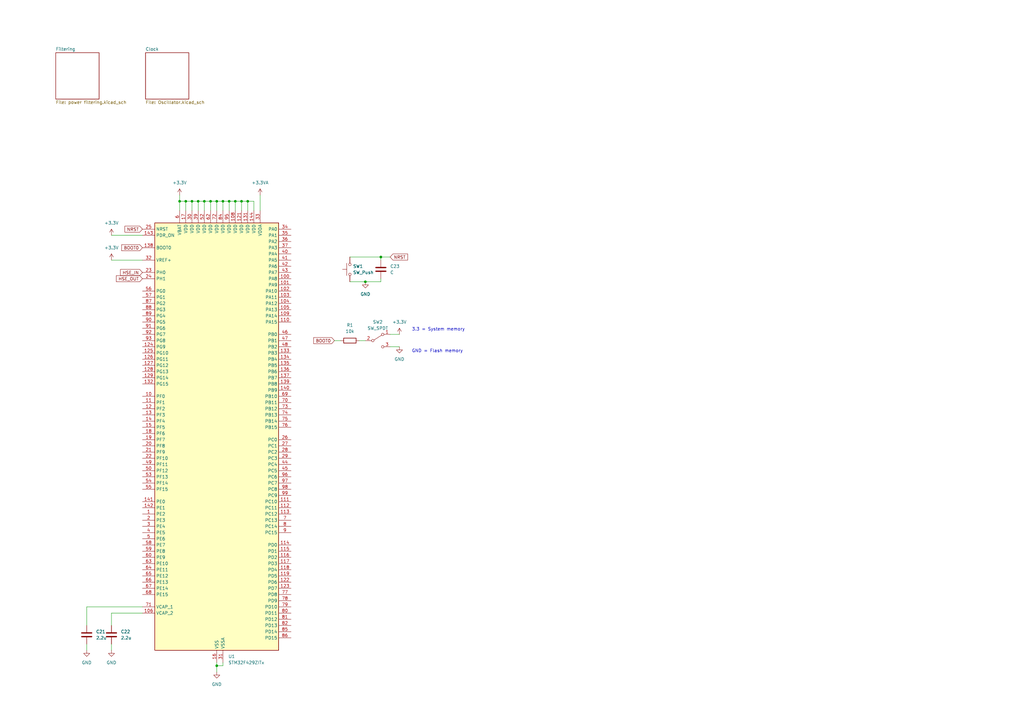
<source format=kicad_sch>
(kicad_sch (version 20230121) (generator eeschema)
  (paper "A3")
  (lib_symbols
    (symbol "Device:C" (pin_numbers hide) (pin_names (offset 0.254))
      (property "Reference" "C" (at 0.635 2.54 0))
      (property "Value" "C" (at 0.635 -2.54 0))
      (symbol "C_0_1"
        (polyline (pts (xy -2.032 -0.762) (xy 2.032 -0.762)) (stroke (width 0.508)))
        (polyline (pts (xy -2.032 0.762) (xy 2.032 0.762)) (stroke (width 0.508)))
      )
      (symbol "C_1_1"
        (pin passive line (at 0 3.81 270) (length 2.794) (name "~") (number "1"))
        (pin passive line (at 0 -3.81 90) (length 2.794) (name "~") (number "2"))
      )
    )
    (symbol "Device:R" (pin_numbers hide) (pin_names (offset 0))
      (property "Reference" "R" (at 2.032 0 90))
      (property "Value" "R" (at 0 0 90))
      (symbol "R_0_1"
        (rectangle (start -1.016 -2.54) (end 1.016 2.54) (stroke (width 0.254)))
      )
      (symbol "R_1_1"
        (pin passive line (at 0 3.81 270) (length 1.27) (name "~") (number "1"))
        (pin passive line (at 0 -3.81 90) (length 1.27) (name "~") (number "2"))
      )
    )
    (symbol "MCU_ST_STM32F4:STM32F429ZITx"
      (property "Reference" "U" (at -25.4 90.17 0))
      (property "Value" "STM32F429ZITx" (at 20.32 90.17 0))
      (symbol "STM32F429ZITx_0_1"
        (rectangle (start -25.4 -86.36) (end 25.4 88.9) (stroke (width 0.254)) (fill (type background)))
      )
      (symbol "STM32F429ZITx_1_1"
        (pin bidirectional line (at -30.48 -30.48 0) (length 5.08) (name "PE2") (number "1"))
        (pin bidirectional line (at -30.48 17.78 0) (length 5.08) (name "PF0") (number "10"))
        (pin bidirectional line (at 30.48 66.04 180) (length 5.08) (name "PA8") (number "100"))
        (pin bidirectional line (at 30.48 63.5 180) (length 5.08) (name "PA9") (number "101"))
        (pin bidirectional line (at 30.48 60.96 180) (length 5.08) (name "PA10") (number "102"))
        (pin bidirectional line (at 30.48 58.42 180) (length 5.08) (name "PA11") (number "103"))
        (pin bidirectional line (at 30.48 55.88 180) (length 5.08) (name "PA12") (number "104"))
        (pin bidirectional line (at 30.48 53.34 180) (length 5.08) (name "PA13") (number "105"))
        (pin power_out line (at -30.48 -71.12 0) (length 5.08) (name "VCAP_2") (number "106"))
        (pin passive line (at 0 -91.44 90) (length 5.08) hide (name "VSS") (number "107"))
        (pin power_in line (at 7.62 93.98 270) (length 5.08) (name "VDD") (number "108"))
        (pin bidirectional line (at 30.48 50.8 180) (length 5.08) (name "PA14") (number "109"))
        (pin bidirectional line (at -30.48 15.24 0) (length 5.08) (name "PF1") (number "11"))
        (pin bidirectional line (at 30.48 48.26 180) (length 5.08) (name "PA15") (number "110"))
        (pin bidirectional line (at 30.48 -25.4 180) (length 5.08) (name "PC10") (number "111"))
        (pin bidirectional line (at 30.48 -27.94 180) (length 5.08) (name "PC11") (number "112"))
        (pin bidirectional line (at 30.48 -30.48 180) (length 5.08) (name "PC12") (number "113"))
        (pin bidirectional line (at 30.48 -43.18 180) (length 5.08) (name "PD0") (number "114"))
        (pin bidirectional line (at 30.48 -45.72 180) (length 5.08) (name "PD1") (number "115"))
        (pin bidirectional line (at 30.48 -48.26 180) (length 5.08) (name "PD2") (number "116"))
        (pin bidirectional line (at 30.48 -50.8 180) (length 5.08) (name "PD3") (number "117"))
        (pin bidirectional line (at 30.48 -53.34 180) (length 5.08) (name "PD4") (number "118"))
        (pin bidirectional line (at 30.48 -55.88 180) (length 5.08) (name "PD5") (number "119"))
        (pin bidirectional line (at -30.48 12.7 0) (length 5.08) (name "PF2") (number "12"))
        (pin passive line (at 0 -91.44 90) (length 5.08) hide (name "VSS") (number "120"))
        (pin power_in line (at 10.16 93.98 270) (length 5.08) (name "VDD") (number "121"))
        (pin bidirectional line (at 30.48 -58.42 180) (length 5.08) (name "PD6") (number "122"))
        (pin bidirectional line (at 30.48 -60.96 180) (length 5.08) (name "PD7") (number "123"))
        (pin bidirectional line (at -30.48 38.1 0) (length 5.08) (name "PG9") (number "124"))
        (pin bidirectional line (at -30.48 35.56 0) (length 5.08) (name "PG10") (number "125"))
        (pin bidirectional line (at -30.48 33.02 0) (length 5.08) (name "PG11") (number "126"))
        (pin bidirectional line (at -30.48 30.48 0) (length 5.08) (name "PG12") (number "127"))
        (pin bidirectional line (at -30.48 27.94 0) (length 5.08) (name "PG13") (number "128"))
        (pin bidirectional line (at -30.48 25.4 0) (length 5.08) (name "PG14") (number "129"))
        (pin bidirectional line (at -30.48 10.16 0) (length 5.08) (name "PF3") (number "13"))
        (pin passive line (at 0 -91.44 90) (length 5.08) hide (name "VSS") (number "130"))
        (pin power_in line (at 12.7 93.98 270) (length 5.08) (name "VDD") (number "131"))
        (pin bidirectional line (at -30.48 22.86 0) (length 5.08) (name "PG15") (number "132"))
        (pin bidirectional line (at 30.48 35.56 180) (length 5.08) (name "PB3") (number "133"))
        (pin bidirectional line (at 30.48 33.02 180) (length 5.08) (name "PB4") (number "134"))
        (pin bidirectional line (at 30.48 30.48 180) (length 5.08) (name "PB5") (number "135"))
        (pin bidirectional line (at 30.48 27.94 180) (length 5.08) (name "PB6") (number "136"))
        (pin bidirectional line (at 30.48 25.4 180) (length 5.08) (name "PB7") (number "137"))
        (pin input line (at -30.48 78.74 0) (length 5.08) (name "BOOT0") (number "138"))
        (pin bidirectional line (at 30.48 22.86 180) (length 5.08) (name "PB8") (number "139"))
        (pin bidirectional line (at -30.48 7.62 0) (length 5.08) (name "PF4") (number "14"))
        (pin bidirectional line (at 30.48 20.32 180) (length 5.08) (name "PB9") (number "140"))
        (pin bidirectional line (at -30.48 -25.4 0) (length 5.08) (name "PE0") (number "141"))
        (pin bidirectional line (at -30.48 -27.94 0) (length 5.08) (name "PE1") (number "142"))
        (pin input line (at -30.48 83.82 0) (length 5.08) (name "PDR_ON") (number "143"))
        (pin power_in line (at 15.24 93.98 270) (length 5.08) (name "VDD") (number "144"))
        (pin bidirectional line (at -30.48 5.08 0) (length 5.08) (name "PF5") (number "15"))
        (pin power_in line (at 0 -91.44 90) (length 5.08) (name "VSS") (number "16"))
        (pin power_in line (at -12.7 93.98 270) (length 5.08) (name "VDD") (number "17"))
        (pin bidirectional line (at -30.48 2.54 0) (length 5.08) (name "PF6") (number "18"))
        (pin bidirectional line (at -30.48 0 0) (length 5.08) (name "PF7") (number "19"))
        (pin bidirectional line (at -30.48 -33.02 0) (length 5.08) (name "PE3") (number "2"))
        (pin bidirectional line (at -30.48 -2.54 0) (length 5.08) (name "PF8") (number "20"))
        (pin bidirectional line (at -30.48 -5.08 0) (length 5.08) (name "PF9") (number "21"))
        (pin bidirectional line (at -30.48 -7.62 0) (length 5.08) (name "PF10") (number "22"))
        (pin bidirectional line (at -30.48 68.58 0) (length 5.08) (name "PH0") (number "23"))
        (pin bidirectional line (at -30.48 66.04 0) (length 5.08) (name "PH1") (number "24"))
        (pin input line (at -30.48 86.36 0) (length 5.08) (name "NRST") (number "25"))
        (pin bidirectional line (at 30.48 0 180) (length 5.08) (name "PC0") (number "26"))
        (pin bidirectional line (at 30.48 -2.54 180) (length 5.08) (name "PC1") (number "27"))
        (pin bidirectional line (at 30.48 -5.08 180) (length 5.08) (name "PC2") (number "28"))
        (pin bidirectional line (at 30.48 -7.62 180) (length 5.08) (name "PC3") (number "29"))
        (pin bidirectional line (at -30.48 -35.56 0) (length 5.08) (name "PE4") (number "3"))
        (pin power_in line (at -10.16 93.98 270) (length 5.08) (name "VDD") (number "30"))
        (pin power_in line (at 2.54 -91.44 90) (length 5.08) (name "VSSA") (number "31"))
        (pin input line (at -30.48 73.66 0) (length 5.08) (name "VREF+") (number "32"))
        (pin power_in line (at 17.78 93.98 270) (length 5.08) (name "VDDA") (number "33"))
        (pin bidirectional line (at 30.48 86.36 180) (length 5.08) (name "PA0") (number "34"))
        (pin bidirectional line (at 30.48 83.82 180) (length 5.08) (name "PA1") (number "35"))
        (pin bidirectional line (at 30.48 81.28 180) (length 5.08) (name "PA2") (number "36"))
        (pin bidirectional line (at 30.48 78.74 180) (length 5.08) (name "PA3") (number "37"))
        (pin passive line (at 0 -91.44 90) (length 5.08) hide (name "VSS") (number "38"))
        (pin power_in line (at -7.62 93.98 270) (length 5.08) (name "VDD") (number "39"))
        (pin bidirectional line (at -30.48 -38.1 0) (length 5.08) (name "PE5") (number "4"))
        (pin bidirectional line (at 30.48 76.2 180) (length 5.08) (name "PA4") (number "40"))
        (pin bidirectional line (at 30.48 73.66 180) (length 5.08) (name "PA5") (number "41"))
        (pin bidirectional line (at 30.48 71.12 180) (length 5.08) (name "PA6") (number "42"))
        (pin bidirectional line (at 30.48 68.58 180) (length 5.08) (name "PA7") (number "43"))
        (pin bidirectional line (at 30.48 -10.16 180) (length 5.08) (name "PC4") (number "44"))
        (pin bidirectional line (at 30.48 -12.7 180) (length 5.08) (name "PC5") (number "45"))
        (pin bidirectional line (at 30.48 43.18 180) (length 5.08) (name "PB0") (number "46"))
        (pin bidirectional line (at 30.48 40.64 180) (length 5.08) (name "PB1") (number "47"))
        (pin bidirectional line (at 30.48 38.1 180) (length 5.08) (name "PB2") (number "48"))
        (pin bidirectional line (at -30.48 -10.16 0) (length 5.08) (name "PF11") (number "49"))
        (pin bidirectional line (at -30.48 -40.64 0) (length 5.08) (name "PE6") (number "5"))
        (pin bidirectional line (at -30.48 -12.7 0) (length 5.08) (name "PF12") (number "50"))
        (pin passive line (at 0 -91.44 90) (length 5.08) hide (name "VSS") (number "51"))
        (pin power_in line (at -5.08 93.98 270) (length 5.08) (name "VDD") (number "52"))
        (pin bidirectional line (at -30.48 -15.24 0) (length 5.08) (name "PF13") (number "53"))
        (pin bidirectional line (at -30.48 -17.78 0) (length 5.08) (name "PF14") (number "54"))
        (pin bidirectional line (at -30.48 -20.32 0) (length 5.08) (name "PF15") (number "55"))
        (pin bidirectional line (at -30.48 60.96 0) (length 5.08) (name "PG0") (number "56"))
        (pin bidirectional line (at -30.48 58.42 0) (length 5.08) (name "PG1") (number "57"))
        (pin bidirectional line (at -30.48 -43.18 0) (length 5.08) (name "PE7") (number "58"))
        (pin bidirectional line (at -30.48 -45.72 0) (length 5.08) (name "PE8") (number "59"))
        (pin power_in line (at -15.24 93.98 270) (length 5.08) (name "VBAT") (number "6"))
        (pin bidirectional line (at -30.48 -48.26 0) (length 5.08) (name "PE9") (number "60"))
        (pin passive line (at 0 -91.44 90) (length 5.08) hide (name "VSS") (number "61"))
        (pin power_in line (at -2.54 93.98 270) (length 5.08) (name "VDD") (number "62"))
        (pin bidirectional line (at -30.48 -50.8 0) (length 5.08) (name "PE10") (number "63"))
        (pin bidirectional line (at -30.48 -53.34 0) (length 5.08) (name "PE11") (number "64"))
        (pin bidirectional line (at -30.48 -55.88 0) (length 5.08) (name "PE12") (number "65"))
        (pin bidirectional line (at -30.48 -58.42 0) (length 5.08) (name "PE13") (number "66"))
        (pin bidirectional line (at -30.48 -60.96 0) (length 5.08) (name "PE14") (number "67"))
        (pin bidirectional line (at -30.48 -63.5 0) (length 5.08) (name "PE15") (number "68"))
        (pin bidirectional line (at 30.48 17.78 180) (length 5.08) (name "PB10") (number "69"))
        (pin bidirectional line (at 30.48 -33.02 180) (length 5.08) (name "PC13") (number "7"))
        (pin bidirectional line (at 30.48 15.24 180) (length 5.08) (name "PB11") (number "70"))
        (pin power_out line (at -30.48 -68.58 0) (length 5.08) (name "VCAP_1") (number "71"))
        (pin power_in line (at 0 93.98 270) (length 5.08) (name "VDD") (number "72"))
        (pin bidirectional line (at 30.48 12.7 180) (length 5.08) (name "PB12") (number "73"))
        (pin bidirectional line (at 30.48 10.16 180) (length 5.08) (name "PB13") (number "74"))
        (pin bidirectional line (at 30.48 7.62 180) (length 5.08) (name "PB14") (number "75"))
        (pin bidirectional line (at 30.48 5.08 180) (length 5.08) (name "PB15") (number "76"))
        (pin bidirectional line (at 30.48 -63.5 180) (length 5.08) (name "PD8") (number "77"))
        (pin bidirectional line (at 30.48 -66.04 180) (length 5.08) (name "PD9") (number "78"))
        (pin bidirectional line (at 30.48 -68.58 180) (length 5.08) (name "PD10") (number "79"))
        (pin bidirectional line (at 30.48 -35.56 180) (length 5.08) (name "PC14") (number "8"))
        (pin bidirectional line (at 30.48 -71.12 180) (length 5.08) (name "PD11") (number "80"))
        (pin bidirectional line (at 30.48 -73.66 180) (length 5.08) (name "PD12") (number "81"))
        (pin bidirectional line (at 30.48 -76.2 180) (length 5.08) (name "PD13") (number "82"))
        (pin passive line (at 0 -91.44 90) (length 5.08) hide (name "VSS") (number "83"))
        (pin power_in line (at 2.54 93.98 270) (length 5.08) (name "VDD") (number "84"))
        (pin bidirectional line (at 30.48 -78.74 180) (length 5.08) (name "PD14") (number "85"))
        (pin bidirectional line (at 30.48 -81.28 180) (length 5.08) (name "PD15") (number "86"))
        (pin bidirectional line (at -30.48 55.88 0) (length 5.08) (name "PG2") (number "87"))
        (pin bidirectional line (at -30.48 53.34 0) (length 5.08) (name "PG3") (number "88"))
        (pin bidirectional line (at -30.48 50.8 0) (length 5.08) (name "PG4") (number "89"))
        (pin bidirectional line (at 30.48 -38.1 180) (length 5.08) (name "PC15") (number "9"))
        (pin bidirectional line (at -30.48 48.26 0) (length 5.08) (name "PG5") (number "90"))
        (pin bidirectional line (at -30.48 45.72 0) (length 5.08) (name "PG6") (number "91"))
        (pin bidirectional line (at -30.48 43.18 0) (length 5.08) (name "PG7") (number "92"))
        (pin bidirectional line (at -30.48 40.64 0) (length 5.08) (name "PG8") (number "93"))
        (pin passive line (at 0 -91.44 90) (length 5.08) hide (name "VSS") (number "94"))
        (pin power_in line (at 5.08 93.98 270) (length 5.08) (name "VDD") (number "95"))
        (pin bidirectional line (at 30.48 -15.24 180) (length 5.08) (name "PC6") (number "96"))
        (pin bidirectional line (at 30.48 -17.78 180) (length 5.08) (name "PC7") (number "97"))
        (pin bidirectional line (at 30.48 -20.32 180) (length 5.08) (name "PC8") (number "98"))
        (pin bidirectional line (at 30.48 -22.86 180) (length 5.08) (name "PC9") (number "99"))
      )
    )
    (symbol "Switch:SW_Push" (pin_numbers hide) (pin_names (offset 1.016) hide)
      (property "Reference" "SW" (at 1.27 2.54 0))
      (property "Value" "SW_Push" (at 0 -1.524 0))
      (symbol "SW_Push_0_1"
        (circle (center -2.032 0) (radius 0.508))
        (polyline (pts (xy 0 1.27) (xy 0 3.048)))
        (polyline (pts (xy 2.54 1.27) (xy -2.54 1.27)))
        (circle (center 2.032 0) (radius 0.508))
        (pin passive line (at -5.08 0 0) (length 2.54) (name "1") (number "1"))
        (pin passive line (at 5.08 0 180) (length 2.54) (name "2") (number "2"))
      )
    )
    (symbol "Switch:SW_SPDT" (pin_names (offset 0) hide)
      (property "Reference" "SW" (at 0 4.318 0))
      (property "Value" "SW_SPDT" (at 0 -5.08 0))
      (symbol "SW_SPDT_0_0"
        (circle (center -2.032 0) (radius 0.508))
        (circle (center 2.032 -2.54) (radius 0.508))
      )
      (symbol "SW_SPDT_0_1"
        (polyline (pts (xy -1.524 0.254) (xy 1.651 2.286)))
        (circle (center 2.032 2.54) (radius 0.508))
      )
      (symbol "SW_SPDT_1_1"
        (pin passive line (at 5.08 2.54 180) (length 2.54) (name "A") (number "1"))
        (pin passive line (at -5.08 0 0) (length 2.54) (name "B") (number "2"))
        (pin passive line (at 5.08 -2.54 180) (length 2.54) (name "C") (number "3"))
      )
    )
    (symbol "power:+3.3V" (power) (pin_names (offset 0))
      (property "Value" "+3.3V" (at 0 3.556 0))
      (symbol "+3.3V_0_1"
        (polyline (pts (xy -0.762 1.27) (xy 0 2.54)))
        (polyline (pts (xy 0 0) (xy 0 2.54)))
        (polyline (pts (xy 0 2.54) (xy 0.762 1.27)))
      )
      (symbol "+3.3V_1_1"
        (pin power_in line (at 0 0 90) (length 0) hide (name "+3.3V") (number "1"))
      )
    )
    (symbol "power:+3.3VA" (power) (pin_names (offset 0))
      (property "Value" "+3.3VA" (at 0 3.556 0))
      (symbol "+3.3VA_0_1"
        (polyline (pts (xy -0.762 1.27) (xy 0 2.54)))
        (polyline (pts (xy 0 0) (xy 0 2.54)))
        (polyline (pts (xy 0 2.54) (xy 0.762 1.27)))
      )
      (symbol "+3.3VA_1_1"
        (pin power_in line (at 0 0 90) (length 0) hide (name "+3.3VA") (number "1"))
      )
    )
    (symbol "power:GND" (power) (pin_names (offset 0))
      (property "Value" "GND" (at 0 -3.81 0))
      (symbol "GND_0_1"
        (polyline (pts (xy 0 0) (xy 0 -1.27) (xy 1.27 -1.27) (xy 0 -2.54) (xy -1.27 -1.27) (xy 0 -1.27)))
      )
      (symbol "GND_1_1"
        (pin power_in line (at 0 0 270) (length 0) hide (name "GND") (number "1"))
      )
    )
  )
  (junction (at 91.44 82.55))
  (junction (at 88.9 82.55))
  (junction (at 81.28 82.55))
  (junction (at 73.66 82.55))
  (junction (at 101.6 82.55))
  (junction (at 156.21 105.41))
  (junction (at 93.98 82.55))
  (junction (at 76.2 82.55))
  (junction (at 96.52 82.55))
  (junction (at 83.82 82.55))
  (junction (at 88.9 273.05))
  (junction (at 149.86 115.57))
  (junction (at 78.74 82.55))
  (junction (at 86.36 82.55))
  (junction (at 99.06 82.55))
  (wire (pts (xy 81.28 82.55) (xy 81.28 86.36)))
  (wire (pts (xy 99.06 82.55) (xy 99.06 86.36)))
  (wire (pts (xy 45.72 96.52) (xy 58.42 96.52)))
  (wire (pts (xy 73.66 82.55) (xy 76.2 82.55)))
  (wire (pts (xy 76.2 82.55) (xy 78.74 82.55)))
  (wire (pts (xy 88.9 82.55) (xy 91.44 82.55)))
  (wire (pts (xy 147.32 139.7) (xy 149.86 139.7)))
  (wire (pts (xy 149.86 115.57) (xy 143.51 115.57)))
  (wire (pts (xy 99.06 82.55) (xy 101.6 82.55)))
  (wire (pts (xy 45.72 251.46) (xy 58.42 251.46)))
  (wire (pts (xy 143.51 105.41) (xy 156.21 105.41)))
  (wire (pts (xy 88.9 273.05) (xy 91.44 273.05)))
  (wire (pts (xy 83.82 82.55) (xy 83.82 86.36)))
  (wire (pts (xy 156.21 115.57) (xy 149.86 115.57)))
  (wire (pts (xy 163.83 142.24) (xy 160.02 142.24)))
  (wire (pts (xy 45.72 251.46) (xy 45.72 256.54)))
  (wire (pts (xy 45.72 106.68) (xy 58.42 106.68)))
  (wire (pts (xy 73.66 80.01) (xy 73.66 82.55)))
  (wire (pts (xy 101.6 82.55) (xy 101.6 86.36)))
  (wire (pts (xy 86.36 82.55) (xy 88.9 82.55)))
  (wire (pts (xy 106.68 80.01) (xy 106.68 86.36)))
  (wire (pts (xy 156.21 105.41) (xy 160.02 105.41)))
  (wire (pts (xy 73.66 82.55) (xy 73.66 86.36)))
  (wire (pts (xy 96.52 82.55) (xy 99.06 82.55)))
  (wire (pts (xy 101.6 82.55) (xy 104.14 82.55)))
  (wire (pts (xy 88.9 275.59) (xy 88.9 273.05)))
  (wire (pts (xy 91.44 82.55) (xy 93.98 82.55)))
  (wire (pts (xy 91.44 273.05) (xy 91.44 271.78)))
  (wire (pts (xy 88.9 82.55) (xy 88.9 86.36)))
  (wire (pts (xy 96.52 82.55) (xy 96.52 86.36)))
  (wire (pts (xy 163.83 137.16) (xy 160.02 137.16)))
  (wire (pts (xy 86.36 82.55) (xy 86.36 86.36)))
  (wire (pts (xy 35.56 248.92) (xy 58.42 248.92)))
  (wire (pts (xy 91.44 82.55) (xy 91.44 86.36)))
  (wire (pts (xy 35.56 264.16) (xy 35.56 266.7)))
  (wire (pts (xy 104.14 82.55) (xy 104.14 86.36)))
  (wire (pts (xy 45.72 266.7) (xy 45.72 264.16)))
  (wire (pts (xy 156.21 106.68) (xy 156.21 105.41)))
  (wire (pts (xy 93.98 82.55) (xy 93.98 86.36)))
  (wire (pts (xy 156.21 114.3) (xy 156.21 115.57)))
  (wire (pts (xy 81.28 82.55) (xy 83.82 82.55)))
  (wire (pts (xy 76.2 82.55) (xy 76.2 86.36)))
  (wire (pts (xy 35.56 248.92) (xy 35.56 256.54)))
  (wire (pts (xy 137.16 139.7) (xy 139.7 139.7)))
  (wire (pts (xy 83.82 82.55) (xy 86.36 82.55)))
  (wire (pts (xy 88.9 273.05) (xy 88.9 271.78)))
  (wire (pts (xy 93.98 82.55) (xy 96.52 82.55)))
  (wire (pts (xy 78.74 82.55) (xy 78.74 86.36)))
  (wire (pts (xy 78.74 82.55) (xy 81.28 82.55)))
  (text "3.3 = System memory\n" (at 168.91 135.89 0) (effects (font (size 1.27 1.27)) (justify left bottom)))
  (text "GND = Flash memory\n" (at 168.91 144.78 0) (effects (font (size 1.27 1.27)) (justify left bottom)))
  (global_label "NRST" (shape input) (at 160.02 105.41 0) (property "Intersheetrefs" "${INTERSHEET_REFS}" (effects hide)))
  (global_label "HSE_IN" (shape input) (at 58.42 111.76 180) (property "Intersheetrefs" "${INTERSHEET_REFS}" (effects hide)))
  (global_label "BOOT0" (shape input) (at 137.16 139.7 180) (property "Intersheetrefs" "${INTERSHEET_REFS}" (effects hide)))
  (global_label "BOOT0" (shape input) (at 58.42 101.6 180) (property "Intersheetrefs" "${INTERSHEET_REFS}" (effects hide)))
  (global_label "HSE_OUT" (shape input) (at 58.42 114.3 180) (property "Intersheetrefs" "${INTERSHEET_REFS}" (effects hide)))
  (global_label "NRST" (shape input) (at 58.42 93.98 180) (property "Intersheetrefs" "${INTERSHEET_REFS}" (effects hide)))
  (symbol (lib_id "power:GND") (at 163.83 142.24 0) (unit 1)
    (property "Reference" "#PWR026" (effects hide))
    (property "Value" "GND" (at 163.83 147.32 0))
  )
  (symbol (lib_id "Device:C") (at 156.21 110.49 0) (unit 1)
    (property "Reference" "C23" (at 160.02 109.22 0) (effects (justify left)))
    (property "Value" "C" (at 160.02 111.76 0) (effects (justify left)))
  )
  (symbol (lib_id "Switch:SW_Push") (at 143.51 110.49 90) (unit 1)
    (property "Reference" "SW1" (at 144.78 109.22 90) (effects (justify right)))
    (property "Value" "SW_Push" (at 144.78 111.76 90) (effects (justify right)))
  )
  (symbol (lib_id "Device:C") (at 35.56 260.35 0) (unit 1)
    (property "Reference" "C21" (at 39.37 259.08 0) (effects (justify left)))
    (property "Value" "2.2u" (at 39.37 261.62 0) (effects (justify left)))
  )
  (symbol (lib_id "power:+3.3V") (at 45.72 106.68 0) (unit 1)
    (property "Reference" "#PWR020" (effects hide))
    (property "Value" "+3.3V" (at 45.72 101.6 0))
  )
  (symbol (lib_id "power:GND") (at 88.9 275.59 0) (unit 1)
    (property "Reference" "#PWR01" (effects hide))
    (property "Value" "GND" (at 88.9 280.67 0))
  )
  (symbol (lib_id "power:+3.3V") (at 73.66 80.01 0) (unit 1)
    (property "Reference" "#PWR02" (effects hide))
    (property "Value" "+3.3V" (at 73.66 74.93 0))
  )
  (symbol (lib_id "Device:C") (at 45.72 260.35 0) (unit 1)
    (property "Reference" "C22" (at 49.53 259.08 0) (effects (justify left)))
    (property "Value" "2.2u" (at 49.53 261.62 0) (effects (justify left)))
  )
  (symbol (lib_id "MCU_ST_STM32F4:STM32F429ZITx") (at 88.9 180.34 0) (unit 1)
    (property "Reference" "U1" (at 93.6341 269.24 0) (effects (justify left)))
    (property "Value" "STM32F429ZITx" (at 93.6341 271.78 0) (effects (justify left)))
    (property "Footprint" "Package_QFP:LQFP-144_20x20mm_P0.5mm" (effects hide))
    (property "Datasheet" "https://www.st.com/resource/en/datasheet/stm32f429zi.pdf" (effects hide))
  )
  (symbol (lib_id "Switch:SW_SPDT") (at 154.94 139.7 0) (unit 1)
    (property "Reference" "SW2" (at 154.94 132.08 0))
    (property "Value" "SW_SPDT" (at 154.94 134.62 0))
  )
  (symbol (lib_id "power:+3.3VA") (at 106.68 80.01 0) (unit 1)
    (property "Reference" "#PWR03" (effects hide))
    (property "Value" "+3.3VA" (at 106.68 74.93 0))
  )
  (symbol (lib_id "power:GND") (at 45.72 266.7 0) (unit 1)
    (property "Reference" "#PWR023" (effects hide))
    (property "Value" "GND" (at 45.72 271.78 0))
  )
  (symbol (lib_id "power:+3.3V") (at 163.83 137.16 0) (unit 1)
    (property "Reference" "#PWR025" (effects hide))
    (property "Value" "+3.3V" (at 163.83 132.08 0))
  )
  (symbol (lib_id "power:+3.3V") (at 45.72 96.52 0) (unit 1)
    (property "Reference" "#PWR024" (effects hide))
    (property "Value" "+3.3V" (at 45.72 91.44 0))
  )
  (symbol (lib_id "Device:R") (at 143.51 139.7 90) (unit 1)
    (property "Reference" "R1" (at 143.51 133.35 90))
    (property "Value" "10k" (at 143.51 135.89 90))
  )
  (symbol (lib_id "power:GND") (at 149.86 115.57 0) (unit 1)
    (property "Reference" "#PWR021" (effects hide))
    (property "Value" "GND" (at 149.86 120.65 0))
  )
  (symbol (lib_id "power:GND") (at 35.56 266.7 0) (unit 1)
    (property "Reference" "#PWR022" (effects hide))
    (property "Value" "GND" (at 35.56 271.78 0))
  )
  (sheet (at 22.86 21.59) (size 17.78 19.05) (stroke (width 0.1524))
    (property "Sheetname" "Filtering" (at 22.86 20.8784 0) (effects (justify left bottom)))
    (property "Sheetfile" "power filtering.kicad_sch" (at 22.86 41.2246 0) (effects (justify left top)))
  )
  (sheet (at 59.69 21.59) (size 17.78 19.05) (stroke (width 0.1524))
    (property "Sheetname" "Clock" (at 59.69 20.8784 0) (effects (justify left bottom)))
    (property "Sheetfile" "Oscillator.kicad_sch" (at 59.69 41.2246 0) (effects (justify left top)))
  )
)
</source>
